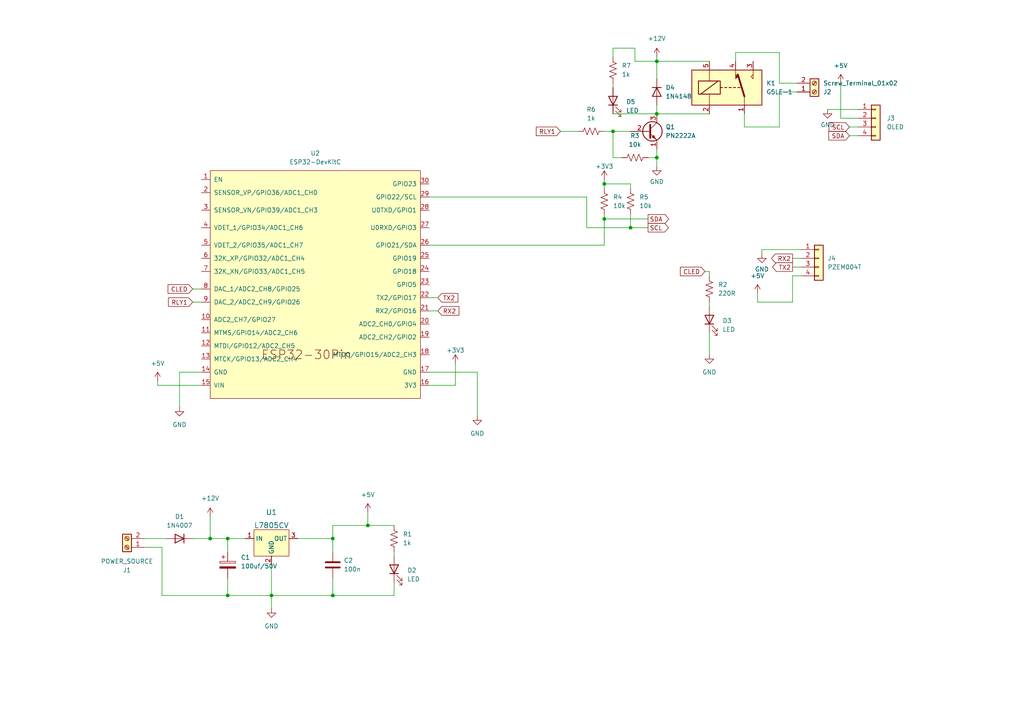
<source format=kicad_sch>
(kicad_sch (version 20231120) (generator "eeschema") (generator_version "8.0")
  (paper "A4")
  (lib_symbols
    (symbol "Connector:Screw_Terminal_01x02" (pin_names (offset 1.016) hide)
      (property "Reference" "J" (at 0 2.54 0))
      (property "Value" "Screw_Terminal_01x02" (at 0 -5.08 0))
      (symbol "Screw_Terminal_01x02_1_1"
        (rectangle (start -1.27 1.27) (end 1.27 -3.81) (stroke (width 0.254)) (fill (type background)))
        (circle (center 0 -2.54) (radius 0.635) (stroke (width 0.1524)))
        (polyline (pts (xy -0.5334 -2.2098) (xy 0.3302 -3.048)) (stroke (width 0.1524)))
        (polyline (pts (xy -0.5334 0.3302) (xy 0.3302 -0.508)) (stroke (width 0.1524)))
        (polyline (pts (xy -0.3556 -2.032) (xy 0.508 -2.8702)) (stroke (width 0.1524)))
        (polyline (pts (xy -0.3556 0.508) (xy 0.508 -0.3302)) (stroke (width 0.1524)))
        (circle (center 0 0) (radius 0.635) (stroke (width 0.1524)))
        (pin passive line (at -5.08 0 0) (length 3.81) (name "Pin_1") (number "1"))
        (pin passive line (at -5.08 -2.54 0) (length 3.81) (name "Pin_2") (number "2"))
      )
    )
    (symbol "Connector_Generic:Conn_01x04" (pin_names (offset 1.016) hide)
      (property "Reference" "J" (at 0 5.08 0))
      (property "Value" "Conn_01x04" (at 0 -7.62 0))
      (symbol "Conn_01x04_1_1"
        (rectangle (start -1.27 -4.953) (end 0 -5.207) (stroke (width 0.1524)))
        (rectangle (start -1.27 -2.413) (end 0 -2.667) (stroke (width 0.1524)))
        (rectangle (start -1.27 0.127) (end 0 -0.127) (stroke (width 0.1524)))
        (rectangle (start -1.27 2.667) (end 0 2.413) (stroke (width 0.1524)))
        (rectangle (start -1.27 3.81) (end 1.27 -6.35) (stroke (width 0.254)) (fill (type background)))
        (pin passive line (at -5.08 2.54 0) (length 3.81) (name "Pin_1") (number "1"))
        (pin passive line (at -5.08 0 0) (length 3.81) (name "Pin_2") (number "2"))
        (pin passive line (at -5.08 -2.54 0) (length 3.81) (name "Pin_3") (number "3"))
        (pin passive line (at -5.08 -5.08 0) (length 3.81) (name "Pin_4") (number "4"))
      )
    )
    (symbol "Device:C" (pin_numbers hide) (pin_names (offset 0.254))
      (property "Reference" "C" (at 0.635 2.54 0))
      (property "Value" "C" (at 0.635 -2.54 0))
      (symbol "C_0_1"
        (polyline (pts (xy -2.032 -0.762) (xy 2.032 -0.762)) (stroke (width 0.508)))
        (polyline (pts (xy -2.032 0.762) (xy 2.032 0.762)) (stroke (width 0.508)))
      )
      (symbol "C_1_1"
        (pin passive line (at 0 3.81 270) (length 2.794) (name "~") (number "1"))
        (pin passive line (at 0 -3.81 90) (length 2.794) (name "~") (number "2"))
      )
    )
    (symbol "Device:C_Polarized" (pin_numbers hide) (pin_names (offset 0.254))
      (property "Reference" "C" (at 0.635 2.54 0))
      (property "Value" "C_Polarized" (at 0.635 -2.54 0))
      (symbol "C_Polarized_0_1"
        (rectangle (start -2.286 0.508) (end 2.286 1.016))
        (polyline (pts (xy -1.778 2.286) (xy -0.762 2.286)))
        (polyline (pts (xy -1.27 2.794) (xy -1.27 1.778)))
        (rectangle (start 2.286 -0.508) (end -2.286 -1.016) (fill (type outline)))
      )
      (symbol "C_Polarized_1_1"
        (pin passive line (at 0 3.81 270) (length 2.794) (name "~") (number "1"))
        (pin passive line (at 0 -3.81 90) (length 2.794) (name "~") (number "2"))
      )
    )
    (symbol "Device:LED" (pin_numbers hide) (pin_names (offset 1.016) hide)
      (property "Reference" "D" (at 0 2.54 0))
      (property "Value" "LED" (at 0 -2.54 0))
      (symbol "LED_0_1"
        (polyline (pts (xy -1.27 -1.27) (xy -1.27 1.27)) (stroke (width 0.254)))
        (polyline (pts (xy -1.27 0) (xy 1.27 0)))
        (polyline (pts (xy 1.27 -1.27) (xy 1.27 1.27) (xy -1.27 0) (xy 1.27 -1.27)) (stroke (width 0.254)))
        (polyline (pts (xy -3.048 -0.762) (xy -4.572 -2.286) (xy -3.81 -2.286) (xy -4.572 -2.286) (xy -4.572 -1.524)))
        (polyline (pts (xy -1.778 -0.762) (xy -3.302 -2.286) (xy -2.54 -2.286) (xy -3.302 -2.286) (xy -3.302 -1.524)))
      )
      (symbol "LED_1_1"
        (pin passive line (at -3.81 0 0) (length 2.54) (name "K") (number "1"))
        (pin passive line (at 3.81 0 180) (length 2.54) (name "A") (number "2"))
      )
    )
    (symbol "Device:R_US" (pin_numbers hide) (pin_names (offset 0))
      (property "Reference" "R" (at 2.54 0 90))
      (property "Value" "R_US" (at -2.54 0 90))
      (symbol "R_US_0_1"
        (polyline (pts (xy 0 -2.286) (xy 0 -2.54)))
        (polyline (pts (xy 0 2.286) (xy 0 2.54)))
        (polyline (pts (xy 0 -0.762) (xy 1.016 -1.143) (xy 0 -1.524) (xy -1.016 -1.905) (xy 0 -2.286)))
        (polyline (pts (xy 0 0.762) (xy 1.016 0.381) (xy 0 0) (xy -1.016 -0.381) (xy 0 -0.762)))
        (polyline (pts (xy 0 2.286) (xy 1.016 1.905) (xy 0 1.524) (xy -1.016 1.143) (xy 0 0.762)))
      )
      (symbol "R_US_1_1"
        (pin passive line (at 0 3.81 270) (length 1.27) (name "~") (number "1"))
        (pin passive line (at 0 -3.81 90) (length 1.27) (name "~") (number "2"))
      )
    )
    (symbol "Diode:1N4007" (pin_numbers hide) (pin_names (offset 1.016) hide)
      (property "Reference" "D" (at 0 2.54 0))
      (property "Value" "1N4007" (at 0 -2.54 0))
      (symbol "1N4007_0_1"
        (polyline (pts (xy -1.27 1.27) (xy -1.27 -1.27)) (stroke (width 0.254)))
        (polyline (pts (xy 1.27 0) (xy -1.27 0)))
        (polyline (pts (xy 1.27 1.27) (xy 1.27 -1.27) (xy -1.27 0) (xy 1.27 1.27)) (stroke (width 0.254)))
      )
      (symbol "1N4007_1_1"
        (pin passive line (at -3.81 0 0) (length 2.54) (name "K") (number "1"))
        (pin passive line (at 3.81 0 180) (length 2.54) (name "A") (number "2"))
      )
    )
    (symbol "Diode:1N4148" (pin_numbers hide) (pin_names hide)
      (property "Reference" "D" (at 0 2.54 0))
      (property "Value" "1N4148" (at 0 -2.54 0))
      (symbol "1N4148_0_1"
        (polyline (pts (xy -1.27 1.27) (xy -1.27 -1.27)) (stroke (width 0.254)))
        (polyline (pts (xy 1.27 0) (xy -1.27 0)))
        (polyline (pts (xy 1.27 1.27) (xy 1.27 -1.27) (xy -1.27 0) (xy 1.27 1.27)) (stroke (width 0.254)))
      )
      (symbol "1N4148_1_1"
        (pin passive line (at -3.81 0 0) (length 2.54) (name "K") (number "1"))
        (pin passive line (at 3.81 0 180) (length 2.54) (name "A") (number "2"))
      )
    )
    (symbol "Espressif:ESP32-india-30Pin" (pin_names (offset 1.016))
      (property "Reference" "U" (at -30.48 38.1 0))
      (property "Value" "ESP32-DevKitC" (at -30.48 35.56 0))
      (symbol "ESP32-india-30Pin_0_1"
        (rectangle (start -30.48 33.02) (end 30.48 -33.02) (fill (type background)))
      )
      (symbol "ESP32-india-30Pin_1_0"
        (text "ESP32-30Pin\n" (at -2.54 -20.32 0) (effects (font (size 2.54 2.54))))
        (pin power_in line (at -33.02 -25.4 0) (length 2.54) (name "GND") (number "14"))
        (pin power_in line (at -33.02 -29.21 0) (length 2.54) (name "VIN") (number "15"))
      )
      (symbol "ESP32-india-30Pin_1_1"
        (pin input line (at -33.02 30.48 0) (length 2.54) (name "EN") (number "1"))
        (pin bidirectional line (at -33.02 -10.16 0) (length 2.54) (name "ADC2_CH7/GPIO27") (number "10"))
        (pin bidirectional line (at -33.02 -13.97 0) (length 2.54) (name "MTMS/GPIO14/ADC2_CH6") (number "11"))
        (pin bidirectional line (at -33.02 -17.78 0) (length 2.54) (name "MTDI/GPIO12/ADC2_CH5") (number "12"))
        (pin bidirectional line (at -33.02 -21.59 0) (length 2.54) (name "MTCK/GPIO13/ADC2_CH4") (number "13"))
        (pin power_in line (at 33.02 -29.21 180) (length 2.54) (name "3V3") (number "16"))
        (pin power_in line (at 33.02 -25.4 180) (length 2.54) (name "GND") (number "17"))
        (pin bidirectional line (at 33.02 -20.32 180) (length 2.54) (name "MTDO/GPIO15/ADC2_CH3") (number "18"))
        (pin bidirectional line (at 33.02 -15.24 180) (length 2.54) (name "ADC2_CH2/GPIO2") (number "19"))
        (pin input line (at -33.02 26.67 0) (length 2.54) (name "SENSOR_VP/GPIO36/ADC1_CH0") (number "2"))
        (pin bidirectional line (at 33.02 -11.43 180) (length 2.54) (name "ADC2_CH0/GPIO4") (number "20"))
        (pin bidirectional line (at 33.02 -7.62 180) (length 2.54) (name "RX2/GPIO16") (number "21"))
        (pin bidirectional line (at 33.02 -3.81 180) (length 2.54) (name "TX2/GPIO17") (number "22"))
        (pin bidirectional line (at 33.02 0 180) (length 2.54) (name "GPIO5") (number "23"))
        (pin bidirectional line (at 33.02 3.81 180) (length 2.54) (name "GPIO18") (number "24"))
        (pin bidirectional line (at 33.02 7.62 180) (length 2.54) (name "GPIO19") (number "25"))
        (pin bidirectional line (at 33.02 11.43 180) (length 2.54) (name "GPIO21/SDA") (number "26"))
        (pin bidirectional line (at 33.02 16.51 180) (length 2.54) (name "U0RXD/GPIO3") (number "27"))
        (pin bidirectional line (at 33.02 21.59 180) (length 2.54) (name "U0TXD/GPIO1") (number "28"))
        (pin bidirectional line (at 33.02 25.4 180) (length 2.54) (name "GPIO22/SCL") (number "29"))
        (pin input line (at -33.02 21.59 0) (length 2.54) (name "SENSOR_VN/GPIO39/ADC1_CH3") (number "3"))
        (pin bidirectional line (at 33.02 29.21 180) (length 2.54) (name "GPIO23") (number "30"))
        (pin input line (at -33.02 16.51 0) (length 2.54) (name "VDET_1/GPIO34/ADC1_CH6") (number "4"))
        (pin input line (at -33.02 11.43 0) (length 2.54) (name "VDET_2/GPIO35/ADC1_CH7") (number "5"))
        (pin bidirectional line (at -33.02 7.62 0) (length 2.54) (name "32K_XP/GPIO32/ADC1_CH4") (number "6"))
        (pin bidirectional line (at -33.02 3.81 0) (length 2.54) (name "32K_XN/GPIO33/ADC1_CH5") (number "7"))
        (pin bidirectional line (at -33.02 -1.27 0) (length 2.54) (name "DAC_1/ADC2_CH8/GPIO25") (number "8"))
        (pin bidirectional line (at -33.02 -5.08 0) (length 2.54) (name "DAC_2/ADC2_CH9/GPIO26") (number "9"))
      )
    )
    (symbol "OLIMEX_Power:+12V" (power) (pin_names (offset 0))
      (property "Value" "+12V" (at 0 3.556 0))
      (symbol "+12V_0_1"
        (polyline (pts (xy -0.762 1.27) (xy 0 2.54)))
        (polyline (pts (xy 0 0) (xy 0 2.54)))
        (polyline (pts (xy 0 2.54) (xy 0.762 1.27)))
      )
      (symbol "+12V_1_1"
        (pin power_in line (at 0 0 90) (length 0) hide (name "+12V") (number "1"))
      )
    )
    (symbol "Relay:G5LE-1"
      (property "Reference" "K" (at 11.43 3.81 0))
      (property "Value" "G5LE-1" (at 11.43 1.27 0))
      (symbol "G5LE-1_0_0"
        (polyline (pts (xy 7.62 5.08) (xy 7.62 2.54) (xy 6.985 3.175) (xy 7.62 3.81)))
      )
      (symbol "G5LE-1_0_1"
        (rectangle (start -10.16 5.08) (end 10.16 -5.08) (stroke (width 0.254)) (fill (type background)))
        (rectangle (start -8.255 1.905) (end -1.905 -1.905) (stroke (width 0.254)))
        (polyline (pts (xy -7.62 -1.905) (xy -2.54 1.905)) (stroke (width 0.254)))
        (polyline (pts (xy -5.08 -5.08) (xy -5.08 -1.905)))
        (polyline (pts (xy -5.08 5.08) (xy -5.08 1.905)))
        (polyline (pts (xy -1.905 0) (xy -1.27 0)) (stroke (width 0.254)))
        (polyline (pts (xy -0.635 0) (xy 0 0)) (stroke (width 0.254)))
        (polyline (pts (xy 0.635 0) (xy 1.27 0)) (stroke (width 0.254)))
        (polyline (pts (xy 1.905 0) (xy 2.54 0)) (stroke (width 0.254)))
        (polyline (pts (xy 3.175 0) (xy 3.81 0)) (stroke (width 0.254)))
        (polyline (pts (xy 5.08 -2.54) (xy 3.175 3.81)) (stroke (width 0.508)))
        (polyline (pts (xy 5.08 -2.54) (xy 5.08 -5.08)))
        (polyline (pts (xy 2.54 5.08) (xy 2.54 2.54) (xy 3.175 3.175) (xy 2.54 3.81)) (fill (type outline)))
      )
      (symbol "G5LE-1_1_1"
        (pin passive line (at 5.08 -7.62 90) (length 2.54) (name "~") (number "1"))
        (pin passive line (at -5.08 -7.62 90) (length 2.54) (name "~") (number "2"))
        (pin passive line (at 7.62 7.62 270) (length 2.54) (name "~") (number "3"))
        (pin passive line (at 2.54 7.62 270) (length 2.54) (name "~") (number "4"))
        (pin passive line (at -5.08 7.62 270) (length 2.54) (name "~") (number "5"))
      )
    )
    (symbol "Transistor_BJT:PN2222A" (pin_names (offset 0) hide)
      (property "Reference" "Q" (at 5.08 1.905 0))
      (property "Value" "PN2222A" (at 5.08 0 0))
      (symbol "PN2222A_0_1"
        (polyline (pts (xy 0 0) (xy 0.635 0)))
        (polyline (pts (xy 2.54 -2.54) (xy 0.635 -0.635)))
        (polyline (pts (xy 2.54 2.54) (xy 0.635 0.635)))
        (polyline (pts (xy 0.635 1.905) (xy 0.635 -1.905) (xy 0.635 -1.905)) (stroke (width 0.508)))
        (polyline (pts (xy 2.413 -2.413) (xy 1.905 -1.905) (xy 1.905 -1.905)))
        (polyline (pts (xy 1.143 -1.651) (xy 1.651 -1.143) (xy 2.159 -2.159) (xy 1.143 -1.651) (xy 1.143 -1.651)) (fill (type outline)))
        (circle (center 1.27 0) (radius 2.8194) (stroke (width 0.254)))
      )
      (symbol "PN2222A_1_1"
        (pin passive line (at 2.54 -5.08 90) (length 2.54) (name "E") (number "1"))
        (pin input line (at -5.08 0 0) (length 5.08) (name "B") (number "2"))
        (pin passive line (at 2.54 5.08 270) (length 2.54) (name "C") (number "3"))
      )
    )
    (symbol "dk_PMIC-Voltage-Regulators-Linear:L7805CV"
      (property "Reference" "U" (at 0 3.81 0))
      (property "Value" "L7805CV" (at 0 6.35 0))
      (symbol "L7805CV_1_1"
        (rectangle (start -5.08 2.54) (end 5.08 -5.08) (fill (type background)))
        (pin power_in line (at -7.62 0 0) (length 2.54) (name "IN") (number "1"))
        (pin power_in line (at 0 -7.62 90) (length 2.54) (name "GND") (number "2"))
        (pin power_out line (at 7.62 0 180) (length 2.54) (name "OUT") (number "3"))
      )
    )
    (symbol "power:+3.3V" (power) (pin_names (offset 0))
      (property "Value" "+3.3V" (at 0 3.556 0))
      (symbol "+3.3V_0_1"
        (polyline (pts (xy -0.762 1.27) (xy 0 2.54)))
        (polyline (pts (xy 0 0) (xy 0 2.54)))
        (polyline (pts (xy 0 2.54) (xy 0.762 1.27)))
      )
      (symbol "+3.3V_1_1"
        (pin power_in line (at 0 0 90) (length 0) hide (name "+3V3") (number "1"))
      )
    )
    (symbol "power:+5V" (power) (pin_names (offset 0))
      (property "Value" "+5V" (at 0 3.556 0))
      (symbol "+5V_0_1"
        (polyline (pts (xy -0.762 1.27) (xy 0 2.54)))
        (polyline (pts (xy 0 0) (xy 0 2.54)))
        (polyline (pts (xy 0 2.54) (xy 0.762 1.27)))
      )
      (symbol "+5V_1_1"
        (pin power_in line (at 0 0 90) (length 0) hide (name "+5V") (number "1"))
      )
    )
    (symbol "power:GND" (power) (pin_names (offset 0))
      (property "Value" "GND" (at 0 -3.81 0))
      (symbol "GND_0_1"
        (polyline (pts (xy 0 0) (xy 0 -1.27) (xy 1.27 -1.27) (xy 0 -2.54) (xy -1.27 -1.27) (xy 0 -1.27)))
      )
      (symbol "GND_1_1"
        (pin power_in line (at 0 0 270) (length 0) hide (name "GND") (number "1"))
      )
    )
  )
  (junction (at 106.68 152.4))
  (junction (at 190.5 33.02))
  (junction (at 96.52 172.72))
  (junction (at 182.88 66.04))
  (junction (at 66.04 172.72))
  (junction (at 175.26 63.5))
  (junction (at 60.96 156.21))
  (junction (at 177.8 38.1))
  (junction (at 66.04 156.21))
  (junction (at 175.26 53.34))
  (junction (at 190.5 17.78))
  (junction (at 190.5 45.72))
  (junction (at 96.52 156.21))
  (junction (at 78.74 172.72))
  (wire (pts (xy 45.72 111.76) (xy 45.72 110.49)))
  (wire (pts (xy 170.18 66.04) (xy 182.88 66.04)))
  (wire (pts (xy 182.88 54.61) (xy 182.88 53.34)))
  (wire (pts (xy 66.04 167.64) (xy 66.04 172.72)))
  (wire (pts (xy 58.42 107.95) (xy 52.07 107.95)))
  (wire (pts (xy 177.8 24.13) (xy 177.8 25.4)))
  (wire (pts (xy 175.26 38.1) (xy 177.8 38.1)))
  (wire (pts (xy 78.74 172.72) (xy 78.74 176.53)))
  (wire (pts (xy 240.03 31.75) (xy 248.92 31.75)))
  (wire (pts (xy 46.99 172.72) (xy 66.04 172.72)))
  (wire (pts (xy 229.87 77.47) (xy 232.41 77.47)))
  (wire (pts (xy 215.9 36.83) (xy 226.06 36.83)))
  (wire (pts (xy 226.06 26.67) (xy 231.14 26.67)))
  (wire (pts (xy 170.18 57.15) (xy 170.18 66.04)))
  (wire (pts (xy 175.26 53.34) (xy 175.26 54.61)))
  (wire (pts (xy 46.99 158.75) (xy 46.99 172.72)))
  (wire (pts (xy 55.88 156.21) (xy 60.96 156.21)))
  (wire (pts (xy 175.26 52.07) (xy 175.26 53.34)))
  (wire (pts (xy 215.9 33.02) (xy 215.9 36.83)))
  (wire (pts (xy 226.06 36.83) (xy 226.06 26.67)))
  (wire (pts (xy 177.8 16.51) (xy 177.8 13.97)))
  (wire (pts (xy 106.68 152.4) (xy 114.3 152.4)))
  (wire (pts (xy 205.74 87.63) (xy 205.74 88.9)))
  (wire (pts (xy 96.52 172.72) (xy 114.3 172.72)))
  (wire (pts (xy 190.5 17.78) (xy 190.5 22.86)))
  (wire (pts (xy 60.96 149.86) (xy 60.96 156.21)))
  (wire (pts (xy 162.56 38.1) (xy 167.64 38.1)))
  (wire (pts (xy 60.96 156.21) (xy 66.04 156.21)))
  (wire (pts (xy 175.26 71.12) (xy 175.26 63.5)))
  (wire (pts (xy 124.46 71.12) (xy 175.26 71.12)))
  (wire (pts (xy 231.14 24.13) (xy 226.06 24.13)))
  (wire (pts (xy 229.87 80.01) (xy 229.87 87.63)))
  (wire (pts (xy 124.46 86.36) (xy 127 86.36)))
  (wire (pts (xy 138.43 107.95) (xy 138.43 120.65)))
  (wire (pts (xy 184.15 17.78) (xy 190.5 17.78)))
  (wire (pts (xy 246.38 36.83) (xy 248.92 36.83)))
  (wire (pts (xy 66.04 156.21) (xy 66.04 160.02)))
  (wire (pts (xy 219.71 87.63) (xy 219.71 85.09)))
  (wire (pts (xy 96.52 167.64) (xy 96.52 172.72)))
  (wire (pts (xy 55.88 87.63) (xy 58.42 87.63)))
  (wire (pts (xy 205.74 96.52) (xy 205.74 102.87)))
  (wire (pts (xy 124.46 57.15) (xy 170.18 57.15)))
  (wire (pts (xy 106.68 148.59) (xy 106.68 152.4)))
  (wire (pts (xy 190.5 30.48) (xy 190.5 33.02)))
  (wire (pts (xy 226.06 24.13) (xy 226.06 15.24)))
  (wire (pts (xy 124.46 107.95) (xy 138.43 107.95)))
  (wire (pts (xy 232.41 72.39) (xy 220.98 72.39)))
  (wire (pts (xy 175.26 62.23) (xy 175.26 63.5)))
  (wire (pts (xy 184.15 13.97) (xy 184.15 17.78)))
  (wire (pts (xy 229.87 74.93) (xy 232.41 74.93)))
  (wire (pts (xy 58.42 111.76) (xy 45.72 111.76)))
  (wire (pts (xy 66.04 156.21) (xy 71.12 156.21)))
  (wire (pts (xy 106.68 152.4) (xy 96.52 152.4)))
  (wire (pts (xy 243.84 34.29) (xy 243.84 24.13)))
  (wire (pts (xy 220.98 72.39) (xy 220.98 73.66)))
  (wire (pts (xy 182.88 53.34) (xy 175.26 53.34)))
  (wire (pts (xy 190.5 17.78) (xy 205.74 17.78)))
  (wire (pts (xy 41.91 156.21) (xy 48.26 156.21)))
  (wire (pts (xy 248.92 34.29) (xy 243.84 34.29)))
  (wire (pts (xy 41.91 158.75) (xy 46.99 158.75)))
  (wire (pts (xy 182.88 66.04) (xy 187.96 66.04)))
  (wire (pts (xy 132.08 111.76) (xy 132.08 105.41)))
  (wire (pts (xy 55.88 83.82) (xy 58.42 83.82)))
  (wire (pts (xy 180.34 45.72) (xy 177.8 45.72)))
  (wire (pts (xy 246.38 39.37) (xy 248.92 39.37)))
  (wire (pts (xy 204.47 78.74) (xy 205.74 78.74)))
  (wire (pts (xy 190.5 33.02) (xy 205.74 33.02)))
  (wire (pts (xy 182.88 62.23) (xy 182.88 66.04)))
  (wire (pts (xy 124.46 111.76) (xy 132.08 111.76)))
  (wire (pts (xy 124.46 90.17) (xy 127 90.17)))
  (wire (pts (xy 96.52 156.21) (xy 96.52 160.02)))
  (wire (pts (xy 175.26 63.5) (xy 187.96 63.5)))
  (wire (pts (xy 226.06 15.24) (xy 213.36 15.24)))
  (wire (pts (xy 190.5 43.18) (xy 190.5 45.72)))
  (wire (pts (xy 190.5 16.51) (xy 190.5 17.78)))
  (wire (pts (xy 190.5 45.72) (xy 190.5 48.26)))
  (wire (pts (xy 177.8 13.97) (xy 184.15 13.97)))
  (wire (pts (xy 52.07 107.95) (xy 52.07 118.11)))
  (wire (pts (xy 114.3 168.91) (xy 114.3 172.72)))
  (wire (pts (xy 219.71 87.63) (xy 229.87 87.63)))
  (wire (pts (xy 232.41 80.01) (xy 229.87 80.01)))
  (wire (pts (xy 96.52 172.72) (xy 78.74 172.72)))
  (wire (pts (xy 177.8 33.02) (xy 190.5 33.02)))
  (wire (pts (xy 205.74 78.74) (xy 205.74 80.01)))
  (wire (pts (xy 86.36 156.21) (xy 96.52 156.21)))
  (wire (pts (xy 177.8 45.72) (xy 177.8 38.1)))
  (wire (pts (xy 66.04 172.72) (xy 78.74 172.72)))
  (wire (pts (xy 96.52 152.4) (xy 96.52 156.21)))
  (wire (pts (xy 187.96 45.72) (xy 190.5 45.72)))
  (wire (pts (xy 78.74 172.72) (xy 78.74 163.83)))
  (wire (pts (xy 114.3 160.02) (xy 114.3 161.29)))
  (wire (pts (xy 213.36 15.24) (xy 213.36 17.78)))
  (wire (pts (xy 177.8 38.1) (xy 182.88 38.1)))
  (image (at 429.006 80.518))
  (global_label "SDA" (shape output) (at 187.96 63.5 0) (property "Intersheetrefs" "${INTERSHEET_REFS}" (effects (hide yes))))
  (global_label "RX2" (shape input) (at 127 90.17 0) (property "Intersheetrefs" "${INTERSHEET_REFS}" (effects (hide yes))))
  (global_label "SCL" (shape output) (at 187.96 66.04 0) (property "Intersheetrefs" "${INTERSHEET_REFS}" (effects (hide yes))))
  (global_label "RX2" (shape output) (at 229.87 74.93 180) (property "Intersheetrefs" "${INTERSHEET_REFS}" (effects (hide yes))))
  (global_label "CLED" (shape input) (at 55.88 83.82 180) (property "Intersheetrefs" "${INTERSHEET_REFS}" (effects (hide yes))))
  (global_label "RLY1" (shape input) (at 162.56 38.1 180) (property "Intersheetrefs" "${INTERSHEET_REFS}" (effects (hide yes))))
  (global_label "SCL" (shape input) (at 246.38 36.83 180) (property "Intersheetrefs" "${INTERSHEET_REFS}" (effects (hide yes))))
  (global_label "CLED" (shape input) (at 204.47 78.74 180) (property "Intersheetrefs" "${INTERSHEET_REFS}" (effects (hide yes))))
  (global_label "TX2" (shape input) (at 127 86.36 0) (property "Intersheetrefs" "${INTERSHEET_REFS}" (effects (hide yes))))
  (global_label "SDA" (shape input) (at 246.38 39.37 180) (property "Intersheetrefs" "${INTERSHEET_REFS}" (effects (hide yes))))
  (global_label "TX2" (shape output) (at 229.87 77.47 180) (property "Intersheetrefs" "${INTERSHEET_REFS}" (effects (hide yes))))
  (global_label "RLY1" (shape input) (at 55.88 87.63 180) (property "Intersheetrefs" "${INTERSHEET_REFS}" (effects (hide yes))))
  (symbol (lib_id "power:GND") (at 138.43 120.65 0) (unit 1)
    (property "Reference" "#PWR014" (effects (hide yes)))
    (property "Value" "GND" (at 138.43 125.73 0))
  )
  (symbol (lib_id "Device:LED") (at 114.3 165.1 90) (unit 1)
    (property "Reference" "D2" (at 118.11 165.4174 90) (effects (justify right)))
    (property "Value" "LED" (at 118.11 167.9574 90) (effects (justify right)))
    (property "Footprint" "LED_THT:LED_D3.0mm" (effects (hide yes)))
  )
  (symbol (lib_id "power:+5V") (at 219.71 85.09 0) (unit 1)
    (property "Reference" "#PWR011" (effects (hide yes)))
    (property "Value" "+5V" (at 219.71 80.01 0))
  )
  (symbol (lib_id "Device:R_US") (at 184.15 45.72 90) (unit 1)
    (property "Reference" "R3" (at 184.15 39.37 90))
    (property "Value" "10k" (at 184.15 41.91 90))
    (property "Footprint" "Resistor_THT:R_Axial_DIN0207_L6.3mm_D2.5mm_P10.16mm_Horizontal" (effects (hide yes)))
  )
  (symbol (lib_id "Device:R_US") (at 177.8 20.32 0) (unit 1)
    (property "Reference" "R7" (at 180.34 19.0499 0) (effects (justify left)))
    (property "Value" "1k" (at 180.34 21.5899 0) (effects (justify left)))
    (property "Footprint" "Resistor_THT:R_Axial_DIN0207_L6.3mm_D2.5mm_P2.54mm_Vertical" (effects (hide yes)))
  )
  (symbol (lib_id "Relay:G5LE-1") (at 210.82 25.4 0) (unit 1)
    (property "Reference" "K1" (at 222.25 24.1299 0) (effects (justify left)))
    (property "Value" "G5LE-1" (at 222.25 26.6699 0) (effects (justify left)))
    (property "Footprint" "Relay_THT:Relay_SPDT_Omron-G5LE-1" (effects (hide yes)))
    (property "Datasheet" "http://www.omron.com/ecb/products/pdf/en-g5le.pdf" (effects (hide yes)))
    (property "Description" "Omron G5LE relay, Miniature Single Pole, SPDT, 10A" (effects (hide yes)))
  )
  (symbol (lib_id "power:GND") (at 240.03 31.75 0) (unit 1)
    (property "Reference" "#PWR05" (effects (hide yes)))
    (property "Value" "GND" (at 240.03 36.195 0))
  )
  (symbol (lib_id "Device:R_US") (at 171.45 38.1 90) (unit 1)
    (property "Reference" "R6" (at 171.45 31.75 90))
    (property "Value" "1k" (at 171.45 34.29 90))
    (property "Footprint" "Resistor_THT:R_Axial_DIN0207_L6.3mm_D2.5mm_P10.16mm_Horizontal" (effects (hide yes)))
  )
  (symbol (lib_id "Device:C") (at 96.52 163.83 0) (unit 1)
    (property "Reference" "C2" (at 99.695 162.5599 0) (effects (justify left)))
    (property "Value" "100n" (at 99.695 165.0999 0) (effects (justify left)))
    (property "Footprint" "Capacitor_THT:C_Disc_D4.3mm_W1.9mm_P5.00mm" (effects (hide yes)))
  )
  (symbol (lib_id "dk_PMIC-Voltage-Regulators-Linear:L7805CV") (at 78.74 156.21 0) (unit 1)
    (property "Reference" "U1" (at 78.74 148.59 0) (effects (font (size 1.524 1.524))))
    (property "Value" "L7805CV" (at 78.74 152.4 0) (effects (font (size 1.524 1.524))))
    (property "Footprint" "digikey-footprints:TO-220-3" (effects (hide yes)))
    (property "Datasheet" "http://www.st.com/content/ccc/resource/technical/document/datasheet/41/4f/b3/b0/12/d4/47/88/CD00000444.pdf/files/CD00000444.pdf/jcr:content/translations/en.CD00000444.pdf" (effects (hide yes)))
    (property "Description" "IC REG LINEAR 5V 1.5A TO220AB" (effects (hide yes)))
    (property "Digi-Key_PN" "497-1443-5-ND" (effects (hide yes)))
    (property "MPN" "L7805CV" (effects (hide yes)))
    (property "Category" "Integrated Circuits (ICs)" (effects (hide yes)))
    (property "Family" "PMIC - Voltage Regulators - Linear" (effects (hide yes)))
    (property "DK_Datasheet_Link" "http://www.st.com/content/ccc/resource/technical/document/datasheet/41/4f/b3/b0/12/d4/47/88/CD00000444.pdf/files/CD00000444.pdf/jcr:content/translations/en.CD00000444.pdf" (effects (hide yes)))
    (property "DK_Detail_Page" "/product-detail/en/stmicroelectronics/L7805CV/497-1443-5-ND/585964" (effects (hide yes)))
    (property "Manufacturer" "STMicroelectronics" (effects (hide yes)))
    (property "Status" "Active" (effects (hide yes)))
  )
  (symbol (lib_id "Connector_Generic:Conn_01x04") (at 237.49 74.93 0) (unit 1)
    (property "Reference" "J4" (at 240.03 74.9299 0) (effects (justify left)))
    (property "Value" "PZEM004T" (at 240.03 77.4699 0) (effects (justify left)))
    (property "Footprint" "Connector_PinHeader_2.54mm:PinHeader_1x04_P2.54mm_Vertical" (effects (hide yes)))
  )
  (symbol (lib_id "power:GND") (at 78.74 176.53 0) (unit 1)
    (property "Reference" "#PWR02" (effects (hide yes)))
    (property "Value" "GND" (at 78.74 181.61 0))
  )
  (symbol (lib_id "Transistor_BJT:PN2222A") (at 187.96 38.1 0) (unit 1)
    (property "Reference" "Q1" (at 193.04 36.8299 0) (effects (justify left)))
    (property "Value" "PN2222A" (at 193.04 39.3699 0) (effects (justify left)))
    (property "Footprint" "Package_TO_SOT_THT:TO-92L_Inline_Wide" (effects (hide yes)))
    (property "Datasheet" "https://www.onsemi.com/pub/Collateral/PN2222-D.PDF" (effects (hide yes)))
    (property "Description" "1A Ic, 40V Vce, NPN Transistor, General Purpose Transistor, TO-92" (effects (hide yes)))
  )
  (symbol (lib_id "Device:LED") (at 205.74 92.71 90) (unit 1)
    (property "Reference" "D3" (at 209.55 93.0274 90) (effects (justify right)))
    (property "Value" "LED" (at 209.55 95.5674 90) (effects (justify right)))
    (property "Footprint" "LED_THT:LED_D5.0mm_FlatTop" (effects (hide yes)))
  )
  (symbol (lib_id "Device:R_US") (at 182.88 58.42 0) (unit 1)
    (property "Reference" "R5" (at 185.42 57.1499 0) (effects (justify left)))
    (property "Value" "10k" (at 185.42 59.6899 0) (effects (justify left)))
    (property "Footprint" "Resistor_THT:R_Axial_DIN0207_L6.3mm_D2.5mm_P10.16mm_Horizontal" (effects (hide yes)))
  )
  (symbol (lib_id "OLIMEX_Power:+12V") (at 60.96 149.86 0) (unit 1)
    (property "Reference" "#PWR01" (effects (hide yes)))
    (property "Value" "+12V" (at 60.96 144.526 0))
  )
  (symbol (lib_id "Device:R_US") (at 205.74 83.82 0) (unit 1)
    (property "Reference" "R2" (at 208.28 82.5499 0) (effects (justify left)))
    (property "Value" "220R" (at 208.28 85.0899 0) (effects (justify left)))
    (property "Footprint" "Resistor_THT:R_Axial_DIN0207_L6.3mm_D2.5mm_P10.16mm_Horizontal" (effects (hide yes)))
  )
  (symbol (lib_id "power:+5V") (at 243.84 24.13 0) (unit 1)
    (property "Reference" "#PWR06" (effects (hide yes)))
    (property "Value" "+5V" (at 243.84 19.05 0))
  )
  (symbol (lib_id "power:GND") (at 52.07 118.11 0) (unit 1)
    (property "Reference" "#PWR012" (effects (hide yes)))
    (property "Value" "GND" (at 52.07 123.19 0))
  )
  (symbol (lib_id "Device:LED") (at 177.8 29.21 90) (unit 1)
    (property "Reference" "D5" (at 181.61 29.5274 90) (effects (justify right)))
    (property "Value" "LED" (at 181.61 32.0674 90) (effects (justify right)))
    (property "Footprint" "LED_THT:LED_D3.0mm" (effects (hide yes)))
  )
  (symbol (lib_id "Device:R_US") (at 114.3 156.21 0) (unit 1)
    (property "Reference" "R1" (at 116.84 154.9399 0) (effects (justify left)))
    (property "Value" "1k" (at 116.84 157.4799 0) (effects (justify left)))
    (property "Footprint" "Resistor_THT:R_Axial_DIN0204_L3.6mm_D1.6mm_P5.08mm_Horizontal" (effects (hide yes)))
  )
  (symbol (lib_id "power:GND") (at 205.74 102.87 0) (unit 1)
    (property "Reference" "#PWR07" (effects (hide yes)))
    (property "Value" "GND" (at 205.74 107.95 0))
  )
  (symbol (lib_id "power:+5V") (at 106.68 148.59 0) (unit 1)
    (property "Reference" "#PWR03" (effects (hide yes)))
    (property "Value" "+5V" (at 106.68 143.51 0))
  )
  (symbol (lib_id "Espressif:ESP32-india-30Pin") (at 91.44 82.55 0) (unit 1)
    (property "Reference" "U2" (at 91.44 44.45 0))
    (property "Value" "ESP32-DevKitC" (at 91.44 46.99 0))
    (property "Footprint" "Espressif:ESP32-Nodemcu-india_30pin" (effects (hide yes)))
    (property "Datasheet" "https://docs.espressif.com/projects/esp-idf/zh_CN/latest/esp32/hw-reference/esp32/get-started-devkitc.html" (effects (hide yes)))
    (property "Description" "Development Kit" (effects (hide yes)))
  )
  (symbol (lib_id "Connector:Screw_Terminal_01x02") (at 36.83 158.75 180) (unit 1)
    (property "Reference" "J1" (at 36.83 165.354 0))
    (property "Value" "POWER_SOURCE" (at 36.83 162.814 0))
    (property "Footprint" "TerminalBlock_Phoenix:TerminalBlock_Phoenix_MKDS-1,5-2-5.08_1x02_P5.08mm_Horizontal" (effects (hide yes)))
  )
  (symbol (lib_id "power:+5V") (at 45.72 110.49 0) (unit 1)
    (property "Reference" "#PWR09" (effects (hide yes)))
    (property "Value" "+5V" (at 45.72 105.41 0))
  )
  (symbol (lib_id "power:GND") (at 220.98 73.66 0) (unit 1)
    (property "Reference" "#PWR08" (effects (hide yes)))
    (property "Value" "GND" (at 220.98 78.105 0))
  )
  (symbol (lib_id "Connector:Screw_Terminal_01x02") (at 236.22 26.67 0) (mirror x) (unit 1)
    (property "Reference" "J2" (at 238.76 26.6701 0) (effects (justify left)))
    (property "Value" "Screw_Terminal_01x02" (at 238.76 24.1301 0) (effects (justify left)))
    (property "Footprint" "TerminalBlock_Phoenix:TerminalBlock_Phoenix_MKDS-1,5-2-5.08_1x02_P5.08mm_Horizontal" (effects (hide yes)))
    (property "Description" "Generic screw terminal, single row, 01x02, script generated (kicad-library-utils/schlib/autogen/connector/)" (effects (hide yes)))
  )
  (symbol (lib_id "power:+3.3V") (at 132.08 105.41 0) (unit 1)
    (property "Reference" "#PWR015" (effects (hide yes)))
    (property "Value" "+3V3" (at 132.08 101.6 0))
  )
  (symbol (lib_id "Device:C_Polarized") (at 66.04 163.83 0) (unit 1)
    (property "Reference" "C1" (at 69.85 161.6709 0) (effects (justify left)))
    (property "Value" "100uf/50V" (at 69.85 164.2109 0) (effects (justify left)))
    (property "Footprint" "Capacitor_THT:CP_Radial_D8.0mm_P3.80mm" (effects (hide yes)))
  )
  (symbol (lib_id "Device:R_US") (at 175.26 58.42 0) (unit 1)
    (property "Reference" "R4" (at 177.8 57.1499 0) (effects (justify left)))
    (property "Value" "10k" (at 177.8 59.6899 0) (effects (justify left)))
    (property "Footprint" "Resistor_THT:R_Axial_DIN0207_L6.3mm_D2.5mm_P10.16mm_Horizontal" (effects (hide yes)))
  )
  (symbol (lib_id "power:GND") (at 190.5 48.26 0) (unit 1)
    (property "Reference" "#PWR013" (effects (hide yes)))
    (property "Value" "GND" (at 190.5 52.705 0))
  )
  (symbol (lib_id "Diode:1N4007") (at 52.07 156.21 180) (unit 1)
    (property "Reference" "D1" (at 52.07 149.86 0))
    (property "Value" "1N4007" (at 52.07 152.4 0))
    (property "Footprint" "Diode_THT:D_DO-41_SOD81_P10.16mm_Horizontal" (effects (hide yes)))
    (property "Datasheet" "http://www.vishay.com/docs/88503/1n4001.pdf" (effects (hide yes)))
  )
  (symbol (lib_id "power:+3.3V") (at 175.26 52.07 0) (unit 1)
    (property "Reference" "#PWR04" (effects (hide yes)))
    (property "Value" "+3V3" (at 175.26 48.26 0))
  )
  (symbol (lib_id "Diode:1N4148") (at 190.5 26.67 270) (unit 1)
    (property "Reference" "D4" (at 193.04 25.3999 90) (effects (justify left)))
    (property "Value" "1N4148" (at 193.04 27.9399 90) (effects (justify left)))
    (property "Footprint" "Diode_THT:D_DO-35_SOD27_P7.62mm_Horizontal" (effects (hide yes)))
    (property "Datasheet" "https://assets.nexperia.com/documents/data-sheet/1N4148_1N4448.pdf" (effects (hide yes)))
    (property "Description" "100V 0.15A standard switching diode, DO-35" (effects (hide yes)))
    (property "Sim.Device" "D" (effects (hide yes)))
    (property "Sim.Pins" "1=K 2=A" (effects (hide yes)))
  )
  (symbol (lib_id "OLIMEX_Power:+12V") (at 190.5 16.51 0) (unit 1)
    (property "Reference" "#PWR010" (effects (hide yes)))
    (property "Value" "+12V" (at 190.5 11.176 0))
  )
  (symbol (lib_id "Connector_Generic:Conn_01x04") (at 254 34.29 0) (unit 1)
    (property "Reference" "J3" (at 257.175 34.2899 0) (effects (justify left)))
    (property "Value" "OLED" (at 257.175 36.8299 0) (effects (justify left)))
    (property "Footprint" "Connector_PinHeader_2.54mm:PinHeader_1x04_P2.54mm_Vertical" (effects (hide yes)))
  )
)
</source>
